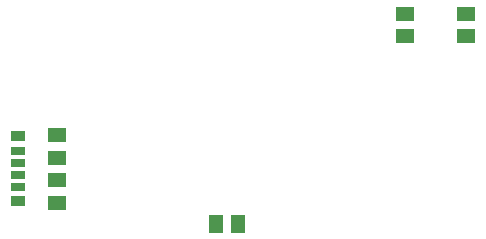
<source format=gbr>
G04*
G04 #@! TF.GenerationSoftware,Altium Limited,Altium Designer,24.2.2 (26)*
G04*
G04 Layer_Color=8421504*
%FSLAX44Y44*%
%MOMM*%
G71*
G04*
G04 #@! TF.SameCoordinates,BA5435D1-E33E-4BF3-B594-492C3B3FECF4*
G04*
G04*
G04 #@! TF.FilePolarity,Positive*
G04*
G01*
G75*
%ADD16R,1.1500X0.9000*%
%ADD17R,1.1500X0.8000*%
%ADD18R,1.1500X0.7000*%
%ADD19R,1.5000X1.3000*%
%ADD20R,1.3000X1.5000*%
D16*
X58379Y826500D02*
D03*
Y881500D02*
D03*
D17*
Y838800D02*
D03*
Y869200D02*
D03*
D18*
Y859000D02*
D03*
Y849000D02*
D03*
D19*
X91000Y863500D02*
D03*
Y882500D02*
D03*
Y844500D02*
D03*
Y825500D02*
D03*
X386000Y985500D02*
D03*
Y966500D02*
D03*
X437000Y985500D02*
D03*
Y966500D02*
D03*
D20*
X225500Y807000D02*
D03*
X244500D02*
D03*
M02*

</source>
